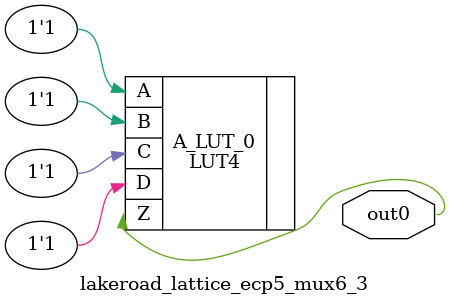
<source format=v>
/* Generated by Yosys 0.19 (git sha1 a45c131b37c, clang 13.1.6 -fPIC -Os) */

module lakeroad_lattice_ecp5_mux6_3(out0);
  wire _0_;
  wire _1_;
  wire _2_;
  wire _3_;
  wire _4_;
  wire _5_;
  wire _6_;
  output out0;
  wire out0;
  LUT4 #(
    .INIT(16'h8000)
  ) A_LUT_0 (
    .A(1'h1),
    .B(1'h1),
    .C(1'h1),
    .D(1'h1),
    .Z(out0)
  );
  LUT4 #(
    .INIT(16'h0000)
  ) B_LUT_1 (
    .A(1'h1),
    .B(1'h1),
    .C(1'h1),
    .D(1'h1),
    .Z(_6_)
  );
  LUT4 #(
    .INIT(16'h0000)
  ) C_LUT_2 (
    .A(1'h1),
    .B(1'h1),
    .C(1'h1),
    .D(1'h1),
    .Z(_5_)
  );
  LUT4 #(
    .INIT(16'h0000)
  ) D_LUT_3 (
    .A(1'h1),
    .B(1'h1),
    .C(1'h1),
    .D(1'h1),
    .Z(_4_)
  );
  LUT4 #(
    .INIT(16'h0000)
  ) E_LUT_4 (
    .A(1'h1),
    .B(1'h1),
    .C(1'h1),
    .D(1'h1),
    .Z(_3_)
  );
  LUT4 #(
    .INIT(16'h0000)
  ) F_LUT_5 (
    .A(1'h1),
    .B(1'h1),
    .C(1'h1),
    .D(1'h1),
    .Z(_2_)
  );
  LUT4 #(
    .INIT(16'h0000)
  ) G_LUT_6 (
    .A(1'h1),
    .B(1'h1),
    .C(1'h1),
    .D(1'h1),
    .Z(_1_)
  );
  LUT4 #(
    .INIT(16'h0000)
  ) H_LUT_7 (
    .A(1'h1),
    .B(1'h1),
    .C(1'h1),
    .D(1'h1),
    .Z(_0_)
  );
endmodule


</source>
